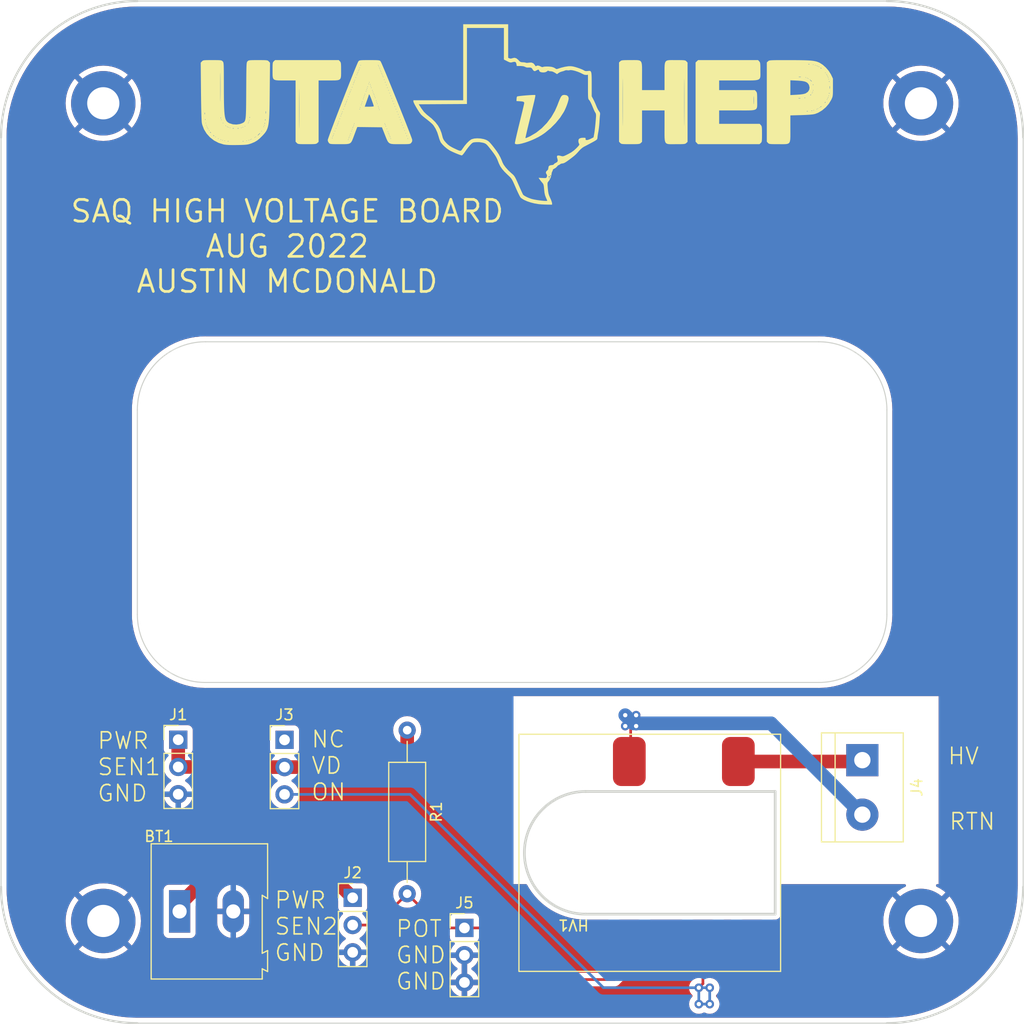
<source format=kicad_pcb>
(kicad_pcb (version 20211014) (generator pcbnew)
  (layers (0 "F.Cu" signal) (31 "B.Cu" signal) (34 "B.Paste" user) (35 "F.Paste" user) (36 "B.SilkS" user "B.Silkscreen") (37 "F.SilkS" user "F.Silkscreen") (38 "B.Mask" user) (39 "F.Mask" user) (44 "Edge.Cuts" user))
  (net 0 "")
  (net 1 "Meter PWR")
  (net 2 "Meter GND")
  (net 3 "Net-(HV1-Pad2)")
  (net 4 "Net-(HV1-Pad3)")
  (net 5 "Net-(HV1-Pad4)")
  (net 6 "Meter2 SEN")
  (net 7 "Net-(J3-Pad1)")
  (footprint "MountingHole:MountingHole_3mm_Pad" (layer "F.Cu") (at 9.525 85.725)
    (fp_text reference "H4" hide)
    (fp_text value "MountingHole_Pad")
    (pad "1" thru_hole circle locked (at 0 0) (size 6 6) (drill 3) (layers *.Cu *.Mask) (net 2 "Meter GND"))
  )
  (footprint "TerminalBlock:TerminalBlock_bornier-2_P5.08mm" (layer "F.Cu") (at 80.264 70.739 -90)
    (fp_text reference "J4" (at 2.54 -5.08 90) (layer "F.SilkS"))
    (fp_text value "Screw_Terminal_01x02")
    (pad "1" thru_hole rect locked (at 0 0 270) (size 3 3) (drill 1.52) (layers *.Cu *.Mask) (net 4 "Net-(HV1-Pad3)"))
    (pad "2" thru_hole circle locked (at 5.08 0 270) (size 3 3) (drill 1.52) (layers *.Cu *.Mask) (net 5 "Net-(HV1-Pad4)"))
  )
  (footprint "Connector_PinHeader_2.54mm:PinHeader_1x03_P2.54mm_Vertical" (layer "F.Cu") (at 32.766 83.566)
    (fp_text reference "J2" (at 0 -2.33) (layer "F.SilkS"))
    (fp_text value "SET VOLTAGE")
    (pad "1" thru_hole rect locked (at 0 0) (size 1.7 1.7) (drill 1) (layers *.Cu *.Mask) (net 1 "Meter PWR"))
    (pad "2" thru_hole oval locked (at 0 2.54) (size 1.7 1.7) (drill 1) (layers *.Cu *.Mask) (net 6 "Meter2 SEN"))
    (pad "3" thru_hole oval locked (at 0 5.08) (size 1.7 1.7) (drill 1) (layers *.Cu *.Mask) (net 2 "Meter GND"))
  )
  (footprint "LOGO" (layer "F.Cu") (at 48.006 9.144)
    (fp_text reference "G***" hide)
    (fp_text value "LOGO" hide)
  )
  (footprint "Resistor_THT:R_Axial_DIN0309_L9.0mm_D3.2mm_P15.24mm_Horizontal" (layer "F.Cu") (at 37.846 67.945 -90)
    (fp_text reference "R1" (at 7.62 -2.72 90) (layer "F.SilkS"))
    (fp_text value "2k")
    (pad "1" thru_hole circle locked (at 0 0 270) (size 1.6 1.6) (drill 0.8) (layers *.Cu *.Mask) (net 1 "Meter PWR"))
    (pad "2" thru_hole oval locked (at 15.24 0 270) (size 1.6 1.6) (drill 0.8) (layers *.Cu *.Mask) (net 6 "Meter2 SEN"))
  )
  (footprint "MountingHole:MountingHole_3mm_Pad" (layer "F.Cu") (at 85.725 85.725)
    (fp_text reference "H2" hide)
    (fp_text value "MountingHole_Pad")
    (pad "1" thru_hole circle locked (at 0 0) (size 6 6) (drill 3) (layers *.Cu *.Mask) (net 2 "Meter GND"))
  )
  (footprint "SAQHV:AG10P-5" (layer "F.Cu") (at 72.136 85.09 180)
    (fp_text reference "HV1" (at 18.796 -1.016 180 unlocked) (layer "F.SilkS"))
    (fp_text value "AG10P-5")
    (fp_line (start 0 11.43) (end 17.653 11.43) (layer "Edge.Cuts") (width 0.254))
    (fp_line (start 0 0) (end 0 11.43) (layer "Edge.Cuts") (width 0.254))
    (fp_line (start 17.653 0) (end 0 0) (layer "Edge.Cuts") (width 0.254))
    (fp_arc (start 17.653 0) (mid 23.368 5.715) (end 17.653 11.43) (layer "Edge.Cuts") (width 0.254))
    (pad "1" smd roundrect (at 2.159 -2.794 180) (size 3.048 4.572) (layers "F.Cu" "F.Paste" "F.Mask") (net 2 "Meter GND"))
    (pad "2" smd roundrect (at 6.731 -2.794 180) (size 3.048 4.572) (layers "F.Cu" "F.Paste" "F.Mask") (net 3 "Net-(HV1-Pad2)"))
    (pad "3" smd roundrect (at 3.429 14.224 180) (size 3.048 4.572) (layers "F.Cu" "F.Paste" "F.Mask") (net 4 "Net-(HV1-Pad3)"))
    (pad "4" smd roundrect (at 13.589 14.224 180) (size 3.048 4.572) (layers "F.Cu" "F.Paste" "F.Mask") (net 5 "Net-(HV1-Pad4)"))
    (pad "5" smd roundrect (at 13.589 -2.794 180) (size 3.048 4.572) (layers "F.Cu" "F.Paste" "F.Mask") (net 6 "Meter2 SEN"))
  )
  (footprint "Connector_PinHeader_2.54mm:PinHeader_1x03_P2.54mm_Vertical" (layer "F.Cu") (at 26.416 68.849)
    (fp_text reference "J3" (at 0 -2.33) (layer "F.SilkS"))
    (fp_text value "HV-ON\\OFF")
    (pad "1" thru_hole rect locked (at 0 0) (size 1.7 1.7) (drill 1) (layers *.Cu *.Mask) (net 7 "Net-(J3-Pad1)"))
    (pad "2" thru_hole oval locked (at 0 2.54) (size 1.7 1.7) (drill 1) (layers *.Cu *.Mask) (net 1 "Meter PWR"))
    (pad "3" thru_hole oval locked (at 0 5.08) (size 1.7 1.7) (drill 1) (layers *.Cu *.Mask) (net 3 "Net-(HV1-Pad2)"))
  )
  (footprint "Connector_PinHeader_2.54mm:PinHeader_1x03_P2.54mm_Vertical" (layer "F.Cu") (at 43.18 86.375)
    (fp_text reference "J5" (at 0 -2.33) (layer "F.SilkS"))
    (fp_text value "PANNEL-POT")
    (pad "1" thru_hole rect locked (at 0 0) (size 1.7 1.7) (drill 1) (layers *.Cu *.Mask) (net 6 "Meter2 SEN"))
    (pad "2" thru_hole oval locked (at 0 2.54) (size 1.7 1.7) (drill 1) (layers *.Cu *.Mask) (net 2 "Meter GND"))
    (pad "3" thru_hole oval locked (at 0 5.08) (size 1.7 1.7) (drill 1) (layers *.Cu *.Mask) (net 2 "Meter GND"))
  )
  (footprint "Connector_PinHeader_2.54mm:PinHeader_1x03_P2.54mm_Vertical" (layer "F.Cu") (at 16.51 68.834)
    (fp_text reference "J1" (at 0 -2.33) (layer "F.SilkS"))
    (fp_text value "BAT CHECK")
    (pad "1" thru_hole rect locked (at 0 0) (size 1.7 1.7) (drill 1) (layers *.Cu *.Mask) (net 1 "Meter PWR"))
    (pad "2" thru_hole oval locked (at 0 2.54) (size 1.7 1.7) (drill 1) (layers *.Cu *.Mask) (net 1 "Meter PWR"))
    (pad "3" thru_hole oval locked (at 0 5.08) (size 1.7 1.7) (drill 1) (layers *.Cu *.Mask) (net 2 "Meter GND"))
  )
  (footprint "TerminalBlock:TerminalBlock_Altech_AK300-2_P5.00mm" (layer "F.Cu") (at 16.637 84.836)
    (fp_text reference "BT1" (at -1.92 -6.99) (layer "F.SilkS"))
    (fp_text value "4.5V [3X C]")
    (pad "1" thru_hole rect locked (at 0 0) (size 1.98 3.96) (drill 1.32) (layers *.Cu *.Mask) (net 1 "Meter PWR"))
    (pad "2" thru_hole oval locked (at 5 0) (size 1.98 3.96) (drill 1.32) (layers *.Cu *.Mask) (net 2 "Meter GND"))
  )
  (footprint "MountingHole:MountingHole_3mm_Pad" (layer "F.Cu") (at 9.525 9.525)
    (fp_text reference "H3" hide)
    (fp_text value "MountingHole_Pad")
    (pad "1" thru_hole circle locked (at 0 0) (size 6 6) (drill 3) (layers *.Cu *.Mask) (net 2 "Meter GND"))
  )
  (footprint "MountingHole:MountingHole_3mm_Pad" (layer "F.Cu") (at 85.725 9.525)
    (fp_text reference "H1" hide)
    (fp_text value "MountingHole_Pad")
    (pad "1" thru_hole circle locked (at 0 0) (size 6 6) (drill 3) (layers *.Cu *.Mask) (net 2 "Meter GND"))
  )
  (gr_line (start 76.2 63.5) (end 19.05 63.5) (layer "Edge.Cuts") (width 0.1))
  (gr_arc (start 82.55 0) (mid 91.530256 3.719744) (end 95.25 12.7) (layer "Edge.Cuts") (width 0.2))
  (gr_arc (start 82.55 57.15) (mid 80.690128 61.640128) (end 76.2 63.5) (layer "Edge.Cuts") (width 0.1))
  (gr_line (start 82.55 95.25) (end 12.7 95.25) (layer "Edge.Cuts") (width 0.1))
  (gr_line (start 82.55 38.1) (end 82.55 57.15) (layer "Edge.Cuts") (width 0.1))
  (gr_line (start 12.7 0) (end 82.55 0) (layer "Edge.Cuts") (width 0.1))
  (gr_arc (start 12.7 38.1) (mid 14.559872 33.609872) (end 19.05 31.75) (layer "Edge.Cuts") (width 0.1))
  (gr_arc (start 12.7 95.25) (mid 3.719744 91.530256) (end 0 82.55) (layer "Edge.Cuts") (width 0.2))
  (gr_line (start 95.25 12.7) (end 95.25 82.55) (layer "Edge.Cuts") (width 0.1))
  (gr_arc (start 95.25 82.55) (mid 91.530256 91.530256) (end 82.55 95.25) (layer "Edge.Cuts") (width 0.2))
  (gr_line (start 0 82.55) (end 0 12.7) (layer "Edge.Cuts") (width 0.1))
  (gr_line (start 19.05 31.75) (end 76.2 31.75) (layer "Edge.Cuts") (width 0.1))
  (gr_line (start 12.7 57.15) (end 12.7 38.1) (layer "Edge.Cuts") (width 0.1))
  (gr_arc (start 0 12.7) (mid 3.719744 3.719744) (end 12.7 0) (layer "Edge.Cuts") (width 0.2))
  (gr_arc (start 19.05 63.5) (mid 14.559872 61.640128) (end 12.7 57.15) (layer "Edge.Cuts") (width 0.1))
  (gr_arc (start 76.2 31.75) (mid 80.690128 33.609872) (end 82.55 38.1) (layer "Edge.Cuts") (width 0.1))
  (gr_text "PWR\nSEN2\nGND" (at 25.4 86.233) (layer "F.SilkS") (effects (font (size 1.524 1.524)) (justify left)))
  (gr_text "SAQ HIGH VOLTAGE BOARD\nAUG 2022\nAUSTIN MCDONALD" (at 26.67 22.86) (layer "F.SilkS") (effects (font (size 2.032 2.032) (thickness 0.254))))
  (gr_text "HV\n" (at 88.138 70.358) (layer "F.SilkS") (effects (font (size 1.524 1.524)) (justify left)))
  (gr_text "PWR\nSEN1\nGND" (at 8.89 71.374) (layer "F.SilkS") (effects (font (size 1.524 1.524)) (justify left)))
  (gr_text "NC\nVD\nON" (at 28.829 71.247) (layer "F.SilkS") (effects (font (size 1.524 1.524)) (justify left)))
  (gr_text "RTN" (at 88.265 76.454) (layer "F.SilkS") (effects (font (size 1.524 1.524)) (justify left)))
  (gr_text "POT\nGND\nGND" (at 36.703 88.9) (layer "F.SilkS") (effects (font (size 1.524 1.524)) (justify left)))
  (segment (start 37.577 71.389) (end 37.846 71.12) (width 1.27) (layer "F.Cu") (net 1))
  (segment (start 16.637 84.201) (end 16.637 84.836) (width 1.27) (layer "F.Cu") (net 1))
  (segment (start 20.32 72.39) (end 21.082 71.628) (width 1.27) (layer "F.Cu") (net 1))
  (segment (start 26.416 71.389) (end 37.577 71.389) (width 1.27) (layer "F.Cu") (net 1))
  (segment (start 32.766 83.566) (end 30.48 81.28) (width 1.27) (layer "F.Cu") (net 1))
  (segment (start 21.082 71.374) (end 21.097 71.389) (width 1.27) (layer "F.Cu") (net 1))
  (segment (start 20.32 72.39) (end 20.32 80.518) (width 1.27) (layer "F.Cu") (net 1))
  (segment (start 30.48 81.28) (end 19.558 81.28) (width 1.27) (layer "F.Cu") (net 1))
  (segment (start 21.097 71.389) (end 26.416 71.389) (width 1.27) (layer "F.Cu") (net 1))
  (segment (start 19.558 81.28) (end 16.637 84.201) (width 1.27) (layer "F.Cu") (net 1))
  (segment (start 20.32 72.39) (end 19.304 71.374) (width 1.27) (layer "F.Cu") (net 1))
  (segment (start 20.32 80.518) (end 19.558 81.28) (width 1.27) (layer "F.Cu") (net 1))
  (segment (start 16.51 68.834) (end 16.51 71.374) (width 1.27) (layer "F.Cu") (net 1))
  (segment (start 37.846 71.12) (end 37.846 67.945) (width 1.27) (layer "F.Cu") (net 1))
  (segment (start 19.304 71.374) (end 16.51 71.374) (width 1.27) (layer "F.Cu") (net 1))
  (segment (start 21.082 71.628) (end 21.082 71.374) (width 1.27) (layer "F.Cu") (net 1))
  (segment (start 65.405 87.884) (end 65.405 91.567) (width 0.25) (layer "F.Cu") (net 3))
  (segment (start 65.405 91.567) (end 65.024 91.948) (width 0.25) (layer "F.Cu") (net 3))
  (via (at 66.04 91.948) (size 0.8) (drill 0.4) (layers "F.Cu" "B.Cu") (net 3))
  (via (at 65.024 91.948) (size 0.8) (drill 0.4) (layers "F.Cu" "B.Cu") (net 3))
  (via (at 66.04 93.472) (size 0.8) (drill 0.4) (layers "F.Cu" "B.Cu") (net 3))
  (via (at 65.024 93.472) (size 0.8) (drill 0.4) (layers "F.Cu" "B.Cu") (net 3))
  (segment (start 65.024 91.948) (end 56.134 91.948) (width 0.25) (layer "B.Cu") (net 3))
  (segment (start 66.04 91.948) (end 65.024 91.948) (width 0.25) (layer "B.Cu") (net 3))
  (segment (start 65.024 93.472) (end 66.04 93.472) (width 0.25) (layer "B.Cu") (net 3))
  (segment (start 56.134 91.948) (end 38.115 73.929) (width 0.25) (layer "B.Cu") (net 3))
  (segment (start 66.04 91.948) (end 66.04 93.472) (width 0.25) (layer "B.Cu") (net 3))
  (segment (start 65.024 91.948) (end 65.024 93.472) (width 0.25) (layer "B.Cu") (net 3))
  (segment (start 38.115 73.929) (end 26.416 73.929) (width 0.25) (layer "B.Cu") (net 3))
  (segment (start 80.137 70.866) (end 80.264 70.739) (width 1.27) (layer "F.Cu") (net 4))
  (segment (start 68.707 70.866) (end 80.137 70.866) (width 1.27) (layer "F.Cu") (net 4))
  (segment (start 58.674 67.564) (end 58.674 70.739) (width 0.25) (layer "F.Cu") (net 5))
  (segment (start 58.674 70.739) (end 58.547 70.866) (width 0.25) (layer "F.Cu") (net 5))
  (segment (start 58.166 67.564) (end 58.674 67.564) (width 0.25) (layer "F.Cu") (net 5))
  (segment (start 58.674 67.564) (end 59.182 67.564) (width 0.25) (layer "F.Cu") (net 5))
  (via (at 58.166 66.548) (size 0.8) (drill 0.4) (layers "F.Cu" "B.Cu") (net 5))
  (via (at 59.182 67.564) (size 0.8) (drill 0.4) (layers "F.Cu" "B.Cu") (net 5))
  (via (at 58.166 67.564) (size 0.8) (drill 0.4) (layers "F.Cu" "B.Cu") (net 5))
  (via (at 59.182 66.548) (size 0.8) (drill 0.4) (layers "F.Cu" "B.Cu") (net 5))
  (segment (start 58.928 67.31) (end 58.166 66.548) (width 1.27) (layer "B.Cu") (net 5))
  (segment (start 58.166 67.564) (end 59.182 67.564) (width 0.25) (layer "B.Cu") (net 5))
  (segment (start 80.264 75.819) (end 71.755 67.31) (width 1.27) (layer "B.Cu") (net 5))
  (segment (start 58.166 67.564) (end 58.166 66.548) (width 0.25) (layer "B.Cu") (net 5))
  (segment (start 58.166 66.548) (end 59.182 66.548) (width 0.25) (layer "B.Cu") (net 5))
  (segment (start 71.755 67.31) (end 58.928 67.31) (width 1.27) (layer "B.Cu") (net 5))
  (segment (start 59.182 66.548) (end 59.182 67.564) (width 0.25) (layer "B.Cu") (net 5))
  (segment (start 45.989 86.375) (end 50.8 91.186) (width 0.25) (layer "F.Cu") (net 6))
  (segment (start 32.766 86.106) (end 34.925 86.106) (width 0.25) (layer "F.Cu") (net 6))
  (segment (start 57.15 91.186) (end 50.8 91.186) (width 0.25) (layer "F.Cu") (net 6))
  (segment (start 58.547 87.884) (end 58.547 89.789) (width 0.25) (layer "F.Cu") (net 6))
  (segment (start 58.547 89.789) (end 57.15 91.186) (width 0.25) (layer "F.Cu") (net 6))
  (segment (start 41.036 86.375) (end 37.846 83.185) (width 0.25) (layer "F.Cu") (net 6))
  (segment (start 43.18 86.375) (end 45.989 86.375) (width 0.25) (layer "F.Cu") (net 6))
  (segment (start 34.925 86.106) (end 37.846 83.185) (width 0.25) (layer "F.Cu") (net 6))
  (segment (start 43.165 86.36) (end 43.18 86.375) (width 0.25) (layer "F.Cu") (net 6))
  (segment (start 43.18 86.375) (end 41.036 86.375) (width 0.25) (layer "F.Cu") (net 6))
  (zone (net 2) (net_name "Meter GND") (layers F&B.Cu) (connect_pads (clearance 0.508)) (min_thickness 0.254) (fill yes (thermal_gap 0.508) (thermal_bridge_width 0.508))
    (polygon (pts (xy 95.25 95.25) (xy 0 95.25) (xy 0 0) (xy 95.25 0)))
  )
  (zone (net 0) (net_name "") (layers F&B.Cu) (connect_pads (clearance 0)) (min_thickness 0.254)
    (keepout (tracks allowed) (vias allowed) (pads allowed) (copperpour not_allowed) (footprints allowed))
    (fill (thermal_gap 0.508) (thermal_bridge_width 0.508))
    (polygon (pts (xy 87.376 82.296) (xy 47.752 82.296) (xy 47.752 64.77) (xy 87.376 64.77)))
  )
)
</source>
